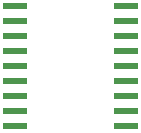
<source format=gbr>
G04 #@! TF.GenerationSoftware,KiCad,Pcbnew,(5.0.1)-3*
G04 #@! TF.CreationDate,2019-09-06T22:13:27-04:00*
G04 #@! TF.ProjectId,jebaoDosingAdapter,6A6562616F446F73696E674164617074,rev?*
G04 #@! TF.SameCoordinates,PX471b200PY51b5f80*
G04 #@! TF.FileFunction,Paste,Top*
G04 #@! TF.FilePolarity,Positive*
%FSLAX46Y46*%
G04 Gerber Fmt 4.6, Leading zero omitted, Abs format (unit mm)*
G04 Created by KiCad (PCBNEW (5.0.1)-3) date 9/6/2019 10:13:27 PM*
%MOMM*%
%LPD*%
G01*
G04 APERTURE LIST*
%ADD10R,2.000000X0.600000*%
G04 APERTURE END LIST*
D10*
G04 #@! TO.C,U1*
X26810000Y9230000D03*
X26810000Y10500000D03*
X26810000Y11770000D03*
X26810000Y13040000D03*
X26810000Y14310000D03*
X26810000Y15580000D03*
X26810000Y16850000D03*
X26810000Y18120000D03*
X26810000Y19390000D03*
X17410000Y19390000D03*
X17410000Y18120000D03*
X17410000Y16850000D03*
X17410000Y15580000D03*
X17410000Y14310000D03*
X17410000Y13040000D03*
X17410000Y11770000D03*
X17410000Y10500000D03*
X17410000Y9230000D03*
G04 #@! TD*
M02*

</source>
